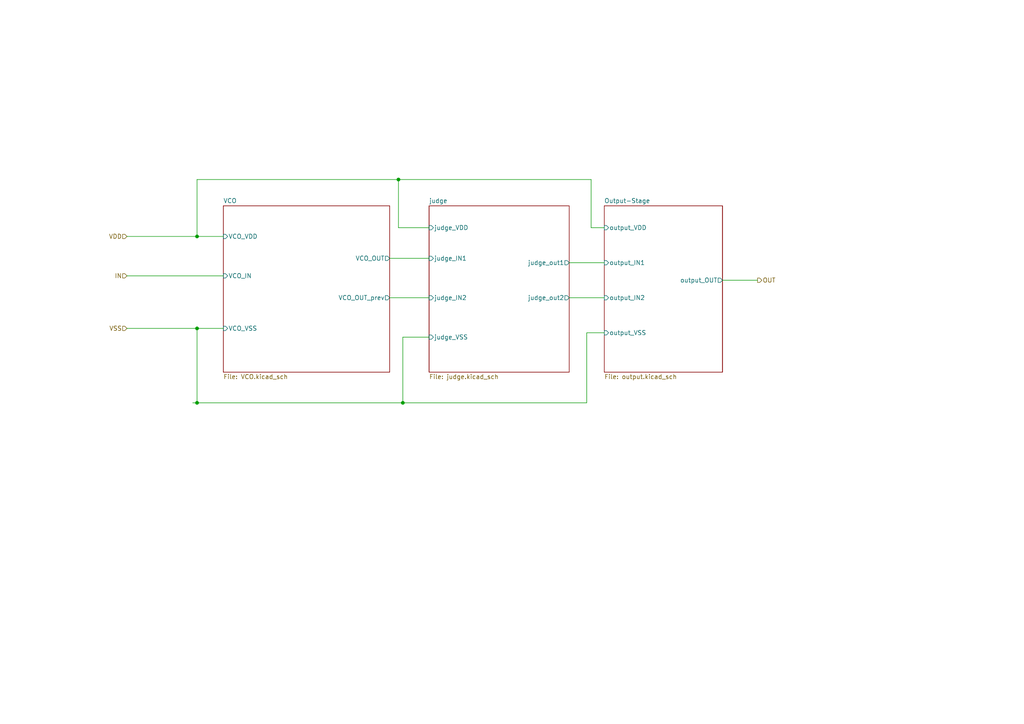
<source format=kicad_sch>
(kicad_sch (version 20230121) (generator eeschema)
  (paper "A4")
  (lib_symbols)
  (junction (at 116.84 116.84))
  (junction (at 57.15 95.25))
  (junction (at 115.57 52.07))
  (junction (at 57.15 116.84))
  (junction (at 57.15 68.58))
  (wire (pts (xy 57.15 68.58) (xy 57.15 52.07)))
  (wire (pts (xy 115.57 66.04) (xy 115.57 52.07)))
  (wire (pts (xy 116.84 116.84) (xy 116.84 97.79)))
  (wire (pts (xy 113.03 86.36) (xy 124.46 86.36)))
  (wire (pts (xy 116.84 97.79) (xy 124.46 97.79)))
  (wire (pts (xy 124.46 66.04) (xy 115.57 66.04)))
  (wire (pts (xy 113.03 74.93) (xy 124.46 74.93)))
  (wire (pts (xy 115.57 52.07) (xy 171.45 52.07)))
  (wire (pts (xy 209.55 81.28) (xy 219.71 81.28)))
  (wire (pts (xy 57.15 116.84) (xy 116.84 116.84)))
  (wire (pts (xy 36.83 95.25) (xy 57.15 95.25)))
  (wire (pts (xy 57.15 95.25) (xy 64.77 95.25)))
  (wire (pts (xy 36.83 80.01) (xy 64.77 80.01)))
  (wire (pts (xy 171.45 66.04) (xy 171.45 52.07)))
  (wire (pts (xy 55.88 116.84) (xy 57.15 116.84)))
  (wire (pts (xy 36.83 68.58) (xy 57.15 68.58)))
  (wire (pts (xy 57.15 68.58) (xy 64.77 68.58)))
  (wire (pts (xy 165.1 86.36) (xy 175.26 86.36)))
  (wire (pts (xy 170.18 116.84) (xy 170.18 96.52)))
  (wire (pts (xy 165.1 76.2) (xy 175.26 76.2)))
  (wire (pts (xy 57.15 95.25) (xy 57.15 116.84)))
  (wire (pts (xy 116.84 116.84) (xy 170.18 116.84)))
  (wire (pts (xy 175.26 66.04) (xy 171.45 66.04)))
  (wire (pts (xy 57.15 52.07) (xy 115.57 52.07)))
  (wire (pts (xy 170.18 96.52) (xy 175.26 96.52)))
  (hierarchical_label "VSS" (shape input) (at 36.83 95.25 180))
  (hierarchical_label "VDD" (shape input) (at 36.83 68.58 180))
  (hierarchical_label "OUT" (shape output) (at 219.71 81.28 0))
  (hierarchical_label "IN" (shape input) (at 36.83 80.01 180))
  (sheet (at 124.46 59.69) (size 40.64 48.26) (stroke (width 0.1524))
    (property "Sheetname" "judge" (at 124.46 58.9784 0) (effects (justify left bottom)))
    (property "Sheetfile" "judge.kicad_sch" (at 124.46 108.5346 0) (effects (justify left top)))
    (pin "judge_IN1" input (at 124.46 74.93 180))
    (pin "judge_VDD" input (at 124.46 66.04 180))
    (pin "judge_IN2" input (at 124.46 86.36 180))
    (pin "judge_out1" output (at 165.1 76.2 0))
    (pin "judge_out2" output (at 165.1 86.36 0))
    (pin "judge_VSS" input (at 124.46 97.79 180))
  )
  (sheet (at 64.77 59.69) (size 48.26 48.26) (stroke (width 0.1524))
    (property "Sheetname" "VCO" (at 64.77 58.9784 0) (effects (justify left bottom)))
    (property "Sheetfile" "VCO.kicad_sch" (at 64.77 108.5346 0) (effects (justify left top)))
    (pin "VCO_VSS" input (at 64.77 95.25 180))
    (pin "VCO_VDD" input (at 64.77 68.58 180))
    (pin "VCO_IN" input (at 64.77 80.01 180))
    (pin "VCO_OUT" output (at 113.03 74.93 0))
    (pin "VCO_OUT_prev" output (at 113.03 86.36 0))
  )
  (sheet (at 175.26 59.69) (size 34.29 48.26) (stroke (width 0.1524))
    (property "Sheetname" "Output-Stage" (at 175.26 58.9784 0) (effects (justify left bottom)))
    (property "Sheetfile" "output.kicad_sch" (at 175.26 108.5346 0) (effects (justify left top)))
    (pin "output_VSS" input (at 175.26 96.52 180))
    (pin "output_OUT" output (at 209.55 81.28 0))
    (pin "output_VDD" input (at 175.26 66.04 180))
    (pin "output_IN1" input (at 175.26 76.2 180))
    (pin "output_IN2" input (at 175.26 86.36 180))
  )
)
</source>
